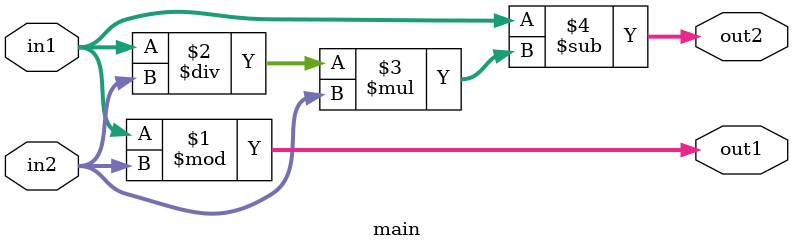
<source format=v>
module main(out1, out2, in1, in2);
output [7:0] out1;
output [7:0] out2;
input [7:0] in1;
input [7:0] in2;

assign out1 = in1%in2;
assign out2 = in1-(in1/in2)*in2;
endmodule

</source>
